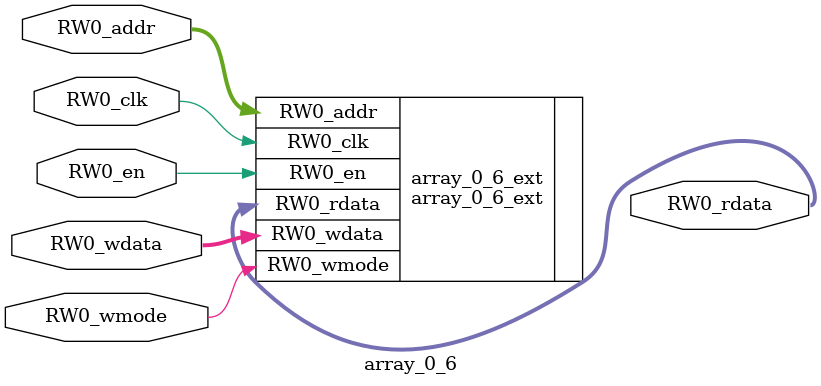
<source format=sv>
`ifndef RANDOMIZE
  `ifdef RANDOMIZE_MEM_INIT
    `define RANDOMIZE
  `endif // RANDOMIZE_MEM_INIT
`endif // not def RANDOMIZE
`ifndef RANDOMIZE
  `ifdef RANDOMIZE_REG_INIT
    `define RANDOMIZE
  `endif // RANDOMIZE_REG_INIT
`endif // not def RANDOMIZE

`ifndef RANDOM
  `define RANDOM $random
`endif // not def RANDOM

// Users can define INIT_RANDOM as general code that gets injected into the
// initializer block for modules with registers.
`ifndef INIT_RANDOM
  `define INIT_RANDOM
`endif // not def INIT_RANDOM

// If using random initialization, you can also define RANDOMIZE_DELAY to
// customize the delay used, otherwise 0.002 is used.
`ifndef RANDOMIZE_DELAY
  `define RANDOMIZE_DELAY 0.002
`endif // not def RANDOMIZE_DELAY

// Define INIT_RANDOM_PROLOG_ for use in our modules below.
`ifndef INIT_RANDOM_PROLOG_
  `ifdef RANDOMIZE
    `ifdef VERILATOR
      `define INIT_RANDOM_PROLOG_ `INIT_RANDOM
    `else  // VERILATOR
      `define INIT_RANDOM_PROLOG_ `INIT_RANDOM #`RANDOMIZE_DELAY begin end
    `endif // VERILATOR
  `else  // RANDOMIZE
    `define INIT_RANDOM_PROLOG_
  `endif // RANDOMIZE
`endif // not def INIT_RANDOM_PROLOG_

// Include register initializers in init blocks unless synthesis is set
`ifndef SYNTHESIS
  `ifndef ENABLE_INITIAL_REG_
    `define ENABLE_INITIAL_REG_
  `endif // not def ENABLE_INITIAL_REG_
`endif // not def SYNTHESIS

// Include rmemory initializers in init blocks unless synthesis is set
`ifndef SYNTHESIS
  `ifndef ENABLE_INITIAL_MEM_
    `define ENABLE_INITIAL_MEM_
  `endif // not def ENABLE_INITIAL_MEM_
`endif // not def SYNTHESIS

module array_0_6(
  input  [11:0] RW0_addr,
  input         RW0_en,
  input         RW0_clk,
  input         RW0_wmode,
  input  [14:0] RW0_wdata,
  output [14:0] RW0_rdata
);

  array_0_6_ext array_0_6_ext (
    .RW0_addr  (RW0_addr),
    .RW0_en    (RW0_en),
    .RW0_clk   (RW0_clk),
    .RW0_wmode (RW0_wmode),
    .RW0_wdata (RW0_wdata),
    .RW0_rdata (RW0_rdata)
  );
endmodule


</source>
